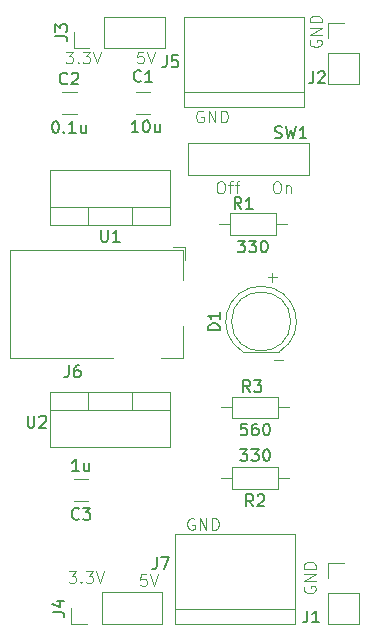
<source format=gto>
%TF.GenerationSoftware,KiCad,Pcbnew,8.0.1*%
%TF.CreationDate,2024-05-08T09:38:19-07:00*%
%TF.ProjectId,breadboard-power-supply,62726561-6462-46f6-9172-642d706f7765,rev?*%
%TF.SameCoordinates,Original*%
%TF.FileFunction,Legend,Top*%
%TF.FilePolarity,Positive*%
%FSLAX46Y46*%
G04 Gerber Fmt 4.6, Leading zero omitted, Abs format (unit mm)*
G04 Created by KiCad (PCBNEW 8.0.1) date 2024-05-08 09:38:19*
%MOMM*%
%LPD*%
G01*
G04 APERTURE LIST*
%ADD10C,0.100000*%
%ADD11C,0.150000*%
%ADD12C,0.120000*%
G04 APERTURE END LIST*
D10*
X85244360Y-67372419D02*
X85434836Y-67372419D01*
X85434836Y-67372419D02*
X85530074Y-67420038D01*
X85530074Y-67420038D02*
X85625312Y-67515276D01*
X85625312Y-67515276D02*
X85672931Y-67705752D01*
X85672931Y-67705752D02*
X85672931Y-68039085D01*
X85672931Y-68039085D02*
X85625312Y-68229561D01*
X85625312Y-68229561D02*
X85530074Y-68324800D01*
X85530074Y-68324800D02*
X85434836Y-68372419D01*
X85434836Y-68372419D02*
X85244360Y-68372419D01*
X85244360Y-68372419D02*
X85149122Y-68324800D01*
X85149122Y-68324800D02*
X85053884Y-68229561D01*
X85053884Y-68229561D02*
X85006265Y-68039085D01*
X85006265Y-68039085D02*
X85006265Y-67705752D01*
X85006265Y-67705752D02*
X85053884Y-67515276D01*
X85053884Y-67515276D02*
X85149122Y-67420038D01*
X85149122Y-67420038D02*
X85244360Y-67372419D01*
X85958646Y-67705752D02*
X86339598Y-67705752D01*
X86101503Y-68372419D02*
X86101503Y-67515276D01*
X86101503Y-67515276D02*
X86149122Y-67420038D01*
X86149122Y-67420038D02*
X86244360Y-67372419D01*
X86244360Y-67372419D02*
X86339598Y-67372419D01*
X86530075Y-67705752D02*
X86911027Y-67705752D01*
X86672932Y-68372419D02*
X86672932Y-67515276D01*
X86672932Y-67515276D02*
X86720551Y-67420038D01*
X86720551Y-67420038D02*
X86815789Y-67372419D01*
X86815789Y-67372419D02*
X86911027Y-67372419D01*
X89994360Y-67372419D02*
X90184836Y-67372419D01*
X90184836Y-67372419D02*
X90280074Y-67420038D01*
X90280074Y-67420038D02*
X90375312Y-67515276D01*
X90375312Y-67515276D02*
X90422931Y-67705752D01*
X90422931Y-67705752D02*
X90422931Y-68039085D01*
X90422931Y-68039085D02*
X90375312Y-68229561D01*
X90375312Y-68229561D02*
X90280074Y-68324800D01*
X90280074Y-68324800D02*
X90184836Y-68372419D01*
X90184836Y-68372419D02*
X89994360Y-68372419D01*
X89994360Y-68372419D02*
X89899122Y-68324800D01*
X89899122Y-68324800D02*
X89803884Y-68229561D01*
X89803884Y-68229561D02*
X89756265Y-68039085D01*
X89756265Y-68039085D02*
X89756265Y-67705752D01*
X89756265Y-67705752D02*
X89803884Y-67515276D01*
X89803884Y-67515276D02*
X89899122Y-67420038D01*
X89899122Y-67420038D02*
X89994360Y-67372419D01*
X90851503Y-67705752D02*
X90851503Y-68372419D01*
X90851503Y-67800990D02*
X90899122Y-67753371D01*
X90899122Y-67753371D02*
X90994360Y-67705752D01*
X90994360Y-67705752D02*
X91137217Y-67705752D01*
X91137217Y-67705752D02*
X91232455Y-67753371D01*
X91232455Y-67753371D02*
X91280074Y-67848609D01*
X91280074Y-67848609D02*
X91280074Y-68372419D01*
X89803884Y-82491466D02*
X90565789Y-82491466D01*
X89303884Y-75491466D02*
X90065789Y-75491466D01*
X89684836Y-75872419D02*
X89684836Y-75110514D01*
X72458646Y-100372419D02*
X73077693Y-100372419D01*
X73077693Y-100372419D02*
X72744360Y-100753371D01*
X72744360Y-100753371D02*
X72887217Y-100753371D01*
X72887217Y-100753371D02*
X72982455Y-100800990D01*
X72982455Y-100800990D02*
X73030074Y-100848609D01*
X73030074Y-100848609D02*
X73077693Y-100943847D01*
X73077693Y-100943847D02*
X73077693Y-101181942D01*
X73077693Y-101181942D02*
X73030074Y-101277180D01*
X73030074Y-101277180D02*
X72982455Y-101324800D01*
X72982455Y-101324800D02*
X72887217Y-101372419D01*
X72887217Y-101372419D02*
X72601503Y-101372419D01*
X72601503Y-101372419D02*
X72506265Y-101324800D01*
X72506265Y-101324800D02*
X72458646Y-101277180D01*
X73506265Y-101277180D02*
X73553884Y-101324800D01*
X73553884Y-101324800D02*
X73506265Y-101372419D01*
X73506265Y-101372419D02*
X73458646Y-101324800D01*
X73458646Y-101324800D02*
X73506265Y-101277180D01*
X73506265Y-101277180D02*
X73506265Y-101372419D01*
X73887217Y-100372419D02*
X74506264Y-100372419D01*
X74506264Y-100372419D02*
X74172931Y-100753371D01*
X74172931Y-100753371D02*
X74315788Y-100753371D01*
X74315788Y-100753371D02*
X74411026Y-100800990D01*
X74411026Y-100800990D02*
X74458645Y-100848609D01*
X74458645Y-100848609D02*
X74506264Y-100943847D01*
X74506264Y-100943847D02*
X74506264Y-101181942D01*
X74506264Y-101181942D02*
X74458645Y-101277180D01*
X74458645Y-101277180D02*
X74411026Y-101324800D01*
X74411026Y-101324800D02*
X74315788Y-101372419D01*
X74315788Y-101372419D02*
X74030074Y-101372419D01*
X74030074Y-101372419D02*
X73934836Y-101324800D01*
X73934836Y-101324800D02*
X73887217Y-101277180D01*
X74791979Y-100372419D02*
X75125312Y-101372419D01*
X75125312Y-101372419D02*
X75458645Y-100372419D01*
X72208646Y-56372419D02*
X72827693Y-56372419D01*
X72827693Y-56372419D02*
X72494360Y-56753371D01*
X72494360Y-56753371D02*
X72637217Y-56753371D01*
X72637217Y-56753371D02*
X72732455Y-56800990D01*
X72732455Y-56800990D02*
X72780074Y-56848609D01*
X72780074Y-56848609D02*
X72827693Y-56943847D01*
X72827693Y-56943847D02*
X72827693Y-57181942D01*
X72827693Y-57181942D02*
X72780074Y-57277180D01*
X72780074Y-57277180D02*
X72732455Y-57324800D01*
X72732455Y-57324800D02*
X72637217Y-57372419D01*
X72637217Y-57372419D02*
X72351503Y-57372419D01*
X72351503Y-57372419D02*
X72256265Y-57324800D01*
X72256265Y-57324800D02*
X72208646Y-57277180D01*
X73256265Y-57277180D02*
X73303884Y-57324800D01*
X73303884Y-57324800D02*
X73256265Y-57372419D01*
X73256265Y-57372419D02*
X73208646Y-57324800D01*
X73208646Y-57324800D02*
X73256265Y-57277180D01*
X73256265Y-57277180D02*
X73256265Y-57372419D01*
X73637217Y-56372419D02*
X74256264Y-56372419D01*
X74256264Y-56372419D02*
X73922931Y-56753371D01*
X73922931Y-56753371D02*
X74065788Y-56753371D01*
X74065788Y-56753371D02*
X74161026Y-56800990D01*
X74161026Y-56800990D02*
X74208645Y-56848609D01*
X74208645Y-56848609D02*
X74256264Y-56943847D01*
X74256264Y-56943847D02*
X74256264Y-57181942D01*
X74256264Y-57181942D02*
X74208645Y-57277180D01*
X74208645Y-57277180D02*
X74161026Y-57324800D01*
X74161026Y-57324800D02*
X74065788Y-57372419D01*
X74065788Y-57372419D02*
X73780074Y-57372419D01*
X73780074Y-57372419D02*
X73684836Y-57324800D01*
X73684836Y-57324800D02*
X73637217Y-57277180D01*
X74541979Y-56372419D02*
X74875312Y-57372419D01*
X74875312Y-57372419D02*
X75208645Y-56372419D01*
X78780074Y-56372419D02*
X78303884Y-56372419D01*
X78303884Y-56372419D02*
X78256265Y-56848609D01*
X78256265Y-56848609D02*
X78303884Y-56800990D01*
X78303884Y-56800990D02*
X78399122Y-56753371D01*
X78399122Y-56753371D02*
X78637217Y-56753371D01*
X78637217Y-56753371D02*
X78732455Y-56800990D01*
X78732455Y-56800990D02*
X78780074Y-56848609D01*
X78780074Y-56848609D02*
X78827693Y-56943847D01*
X78827693Y-56943847D02*
X78827693Y-57181942D01*
X78827693Y-57181942D02*
X78780074Y-57277180D01*
X78780074Y-57277180D02*
X78732455Y-57324800D01*
X78732455Y-57324800D02*
X78637217Y-57372419D01*
X78637217Y-57372419D02*
X78399122Y-57372419D01*
X78399122Y-57372419D02*
X78303884Y-57324800D01*
X78303884Y-57324800D02*
X78256265Y-57277180D01*
X79113408Y-56372419D02*
X79446741Y-57372419D01*
X79446741Y-57372419D02*
X79780074Y-56372419D01*
X79030074Y-100622419D02*
X78553884Y-100622419D01*
X78553884Y-100622419D02*
X78506265Y-101098609D01*
X78506265Y-101098609D02*
X78553884Y-101050990D01*
X78553884Y-101050990D02*
X78649122Y-101003371D01*
X78649122Y-101003371D02*
X78887217Y-101003371D01*
X78887217Y-101003371D02*
X78982455Y-101050990D01*
X78982455Y-101050990D02*
X79030074Y-101098609D01*
X79030074Y-101098609D02*
X79077693Y-101193847D01*
X79077693Y-101193847D02*
X79077693Y-101431942D01*
X79077693Y-101431942D02*
X79030074Y-101527180D01*
X79030074Y-101527180D02*
X78982455Y-101574800D01*
X78982455Y-101574800D02*
X78887217Y-101622419D01*
X78887217Y-101622419D02*
X78649122Y-101622419D01*
X78649122Y-101622419D02*
X78553884Y-101574800D01*
X78553884Y-101574800D02*
X78506265Y-101527180D01*
X79363408Y-100622419D02*
X79696741Y-101622419D01*
X79696741Y-101622419D02*
X80030074Y-100622419D01*
X83827693Y-61420038D02*
X83732455Y-61372419D01*
X83732455Y-61372419D02*
X83589598Y-61372419D01*
X83589598Y-61372419D02*
X83446741Y-61420038D01*
X83446741Y-61420038D02*
X83351503Y-61515276D01*
X83351503Y-61515276D02*
X83303884Y-61610514D01*
X83303884Y-61610514D02*
X83256265Y-61800990D01*
X83256265Y-61800990D02*
X83256265Y-61943847D01*
X83256265Y-61943847D02*
X83303884Y-62134323D01*
X83303884Y-62134323D02*
X83351503Y-62229561D01*
X83351503Y-62229561D02*
X83446741Y-62324800D01*
X83446741Y-62324800D02*
X83589598Y-62372419D01*
X83589598Y-62372419D02*
X83684836Y-62372419D01*
X83684836Y-62372419D02*
X83827693Y-62324800D01*
X83827693Y-62324800D02*
X83875312Y-62277180D01*
X83875312Y-62277180D02*
X83875312Y-61943847D01*
X83875312Y-61943847D02*
X83684836Y-61943847D01*
X84303884Y-62372419D02*
X84303884Y-61372419D01*
X84303884Y-61372419D02*
X84875312Y-62372419D01*
X84875312Y-62372419D02*
X84875312Y-61372419D01*
X85351503Y-62372419D02*
X85351503Y-61372419D01*
X85351503Y-61372419D02*
X85589598Y-61372419D01*
X85589598Y-61372419D02*
X85732455Y-61420038D01*
X85732455Y-61420038D02*
X85827693Y-61515276D01*
X85827693Y-61515276D02*
X85875312Y-61610514D01*
X85875312Y-61610514D02*
X85922931Y-61800990D01*
X85922931Y-61800990D02*
X85922931Y-61943847D01*
X85922931Y-61943847D02*
X85875312Y-62134323D01*
X85875312Y-62134323D02*
X85827693Y-62229561D01*
X85827693Y-62229561D02*
X85732455Y-62324800D01*
X85732455Y-62324800D02*
X85589598Y-62372419D01*
X85589598Y-62372419D02*
X85351503Y-62372419D01*
X83077693Y-95920038D02*
X82982455Y-95872419D01*
X82982455Y-95872419D02*
X82839598Y-95872419D01*
X82839598Y-95872419D02*
X82696741Y-95920038D01*
X82696741Y-95920038D02*
X82601503Y-96015276D01*
X82601503Y-96015276D02*
X82553884Y-96110514D01*
X82553884Y-96110514D02*
X82506265Y-96300990D01*
X82506265Y-96300990D02*
X82506265Y-96443847D01*
X82506265Y-96443847D02*
X82553884Y-96634323D01*
X82553884Y-96634323D02*
X82601503Y-96729561D01*
X82601503Y-96729561D02*
X82696741Y-96824800D01*
X82696741Y-96824800D02*
X82839598Y-96872419D01*
X82839598Y-96872419D02*
X82934836Y-96872419D01*
X82934836Y-96872419D02*
X83077693Y-96824800D01*
X83077693Y-96824800D02*
X83125312Y-96777180D01*
X83125312Y-96777180D02*
X83125312Y-96443847D01*
X83125312Y-96443847D02*
X82934836Y-96443847D01*
X83553884Y-96872419D02*
X83553884Y-95872419D01*
X83553884Y-95872419D02*
X84125312Y-96872419D01*
X84125312Y-96872419D02*
X84125312Y-95872419D01*
X84601503Y-96872419D02*
X84601503Y-95872419D01*
X84601503Y-95872419D02*
X84839598Y-95872419D01*
X84839598Y-95872419D02*
X84982455Y-95920038D01*
X84982455Y-95920038D02*
X85077693Y-96015276D01*
X85077693Y-96015276D02*
X85125312Y-96110514D01*
X85125312Y-96110514D02*
X85172931Y-96300990D01*
X85172931Y-96300990D02*
X85172931Y-96443847D01*
X85172931Y-96443847D02*
X85125312Y-96634323D01*
X85125312Y-96634323D02*
X85077693Y-96729561D01*
X85077693Y-96729561D02*
X84982455Y-96824800D01*
X84982455Y-96824800D02*
X84839598Y-96872419D01*
X84839598Y-96872419D02*
X84601503Y-96872419D01*
X92420038Y-101672306D02*
X92372419Y-101767544D01*
X92372419Y-101767544D02*
X92372419Y-101910401D01*
X92372419Y-101910401D02*
X92420038Y-102053258D01*
X92420038Y-102053258D02*
X92515276Y-102148496D01*
X92515276Y-102148496D02*
X92610514Y-102196115D01*
X92610514Y-102196115D02*
X92800990Y-102243734D01*
X92800990Y-102243734D02*
X92943847Y-102243734D01*
X92943847Y-102243734D02*
X93134323Y-102196115D01*
X93134323Y-102196115D02*
X93229561Y-102148496D01*
X93229561Y-102148496D02*
X93324800Y-102053258D01*
X93324800Y-102053258D02*
X93372419Y-101910401D01*
X93372419Y-101910401D02*
X93372419Y-101815163D01*
X93372419Y-101815163D02*
X93324800Y-101672306D01*
X93324800Y-101672306D02*
X93277180Y-101624687D01*
X93277180Y-101624687D02*
X92943847Y-101624687D01*
X92943847Y-101624687D02*
X92943847Y-101815163D01*
X93372419Y-101196115D02*
X92372419Y-101196115D01*
X92372419Y-101196115D02*
X93372419Y-100624687D01*
X93372419Y-100624687D02*
X92372419Y-100624687D01*
X93372419Y-100148496D02*
X92372419Y-100148496D01*
X92372419Y-100148496D02*
X92372419Y-99910401D01*
X92372419Y-99910401D02*
X92420038Y-99767544D01*
X92420038Y-99767544D02*
X92515276Y-99672306D01*
X92515276Y-99672306D02*
X92610514Y-99624687D01*
X92610514Y-99624687D02*
X92800990Y-99577068D01*
X92800990Y-99577068D02*
X92943847Y-99577068D01*
X92943847Y-99577068D02*
X93134323Y-99624687D01*
X93134323Y-99624687D02*
X93229561Y-99672306D01*
X93229561Y-99672306D02*
X93324800Y-99767544D01*
X93324800Y-99767544D02*
X93372419Y-99910401D01*
X93372419Y-99910401D02*
X93372419Y-100148496D01*
X92920038Y-55422306D02*
X92872419Y-55517544D01*
X92872419Y-55517544D02*
X92872419Y-55660401D01*
X92872419Y-55660401D02*
X92920038Y-55803258D01*
X92920038Y-55803258D02*
X93015276Y-55898496D01*
X93015276Y-55898496D02*
X93110514Y-55946115D01*
X93110514Y-55946115D02*
X93300990Y-55993734D01*
X93300990Y-55993734D02*
X93443847Y-55993734D01*
X93443847Y-55993734D02*
X93634323Y-55946115D01*
X93634323Y-55946115D02*
X93729561Y-55898496D01*
X93729561Y-55898496D02*
X93824800Y-55803258D01*
X93824800Y-55803258D02*
X93872419Y-55660401D01*
X93872419Y-55660401D02*
X93872419Y-55565163D01*
X93872419Y-55565163D02*
X93824800Y-55422306D01*
X93824800Y-55422306D02*
X93777180Y-55374687D01*
X93777180Y-55374687D02*
X93443847Y-55374687D01*
X93443847Y-55374687D02*
X93443847Y-55565163D01*
X93872419Y-54946115D02*
X92872419Y-54946115D01*
X92872419Y-54946115D02*
X93872419Y-54374687D01*
X93872419Y-54374687D02*
X92872419Y-54374687D01*
X93872419Y-53898496D02*
X92872419Y-53898496D01*
X92872419Y-53898496D02*
X92872419Y-53660401D01*
X92872419Y-53660401D02*
X92920038Y-53517544D01*
X92920038Y-53517544D02*
X93015276Y-53422306D01*
X93015276Y-53422306D02*
X93110514Y-53374687D01*
X93110514Y-53374687D02*
X93300990Y-53327068D01*
X93300990Y-53327068D02*
X93443847Y-53327068D01*
X93443847Y-53327068D02*
X93634323Y-53374687D01*
X93634323Y-53374687D02*
X93729561Y-53422306D01*
X93729561Y-53422306D02*
X93824800Y-53517544D01*
X93824800Y-53517544D02*
X93872419Y-53660401D01*
X93872419Y-53660401D02*
X93872419Y-53898496D01*
D11*
X72466666Y-82954819D02*
X72466666Y-83669104D01*
X72466666Y-83669104D02*
X72419047Y-83811961D01*
X72419047Y-83811961D02*
X72323809Y-83907200D01*
X72323809Y-83907200D02*
X72180952Y-83954819D01*
X72180952Y-83954819D02*
X72085714Y-83954819D01*
X73371428Y-82954819D02*
X73180952Y-82954819D01*
X73180952Y-82954819D02*
X73085714Y-83002438D01*
X73085714Y-83002438D02*
X73038095Y-83050057D01*
X73038095Y-83050057D02*
X72942857Y-83192914D01*
X72942857Y-83192914D02*
X72895238Y-83383390D01*
X72895238Y-83383390D02*
X72895238Y-83764342D01*
X72895238Y-83764342D02*
X72942857Y-83859580D01*
X72942857Y-83859580D02*
X72990476Y-83907200D01*
X72990476Y-83907200D02*
X73085714Y-83954819D01*
X73085714Y-83954819D02*
X73276190Y-83954819D01*
X73276190Y-83954819D02*
X73371428Y-83907200D01*
X73371428Y-83907200D02*
X73419047Y-83859580D01*
X73419047Y-83859580D02*
X73466666Y-83764342D01*
X73466666Y-83764342D02*
X73466666Y-83526247D01*
X73466666Y-83526247D02*
X73419047Y-83431009D01*
X73419047Y-83431009D02*
X73371428Y-83383390D01*
X73371428Y-83383390D02*
X73276190Y-83335771D01*
X73276190Y-83335771D02*
X73085714Y-83335771D01*
X73085714Y-83335771D02*
X72990476Y-83383390D01*
X72990476Y-83383390D02*
X72942857Y-83431009D01*
X72942857Y-83431009D02*
X72895238Y-83526247D01*
X71334819Y-55083333D02*
X72049104Y-55083333D01*
X72049104Y-55083333D02*
X72191961Y-55130952D01*
X72191961Y-55130952D02*
X72287200Y-55226190D01*
X72287200Y-55226190D02*
X72334819Y-55369047D01*
X72334819Y-55369047D02*
X72334819Y-55464285D01*
X71334819Y-54702380D02*
X71334819Y-54083333D01*
X71334819Y-54083333D02*
X71715771Y-54416666D01*
X71715771Y-54416666D02*
X71715771Y-54273809D01*
X71715771Y-54273809D02*
X71763390Y-54178571D01*
X71763390Y-54178571D02*
X71811009Y-54130952D01*
X71811009Y-54130952D02*
X71906247Y-54083333D01*
X71906247Y-54083333D02*
X72144342Y-54083333D01*
X72144342Y-54083333D02*
X72239580Y-54130952D01*
X72239580Y-54130952D02*
X72287200Y-54178571D01*
X72287200Y-54178571D02*
X72334819Y-54273809D01*
X72334819Y-54273809D02*
X72334819Y-54559523D01*
X72334819Y-54559523D02*
X72287200Y-54654761D01*
X72287200Y-54654761D02*
X72239580Y-54702380D01*
X73333333Y-95909580D02*
X73285714Y-95957200D01*
X73285714Y-95957200D02*
X73142857Y-96004819D01*
X73142857Y-96004819D02*
X73047619Y-96004819D01*
X73047619Y-96004819D02*
X72904762Y-95957200D01*
X72904762Y-95957200D02*
X72809524Y-95861961D01*
X72809524Y-95861961D02*
X72761905Y-95766723D01*
X72761905Y-95766723D02*
X72714286Y-95576247D01*
X72714286Y-95576247D02*
X72714286Y-95433390D01*
X72714286Y-95433390D02*
X72761905Y-95242914D01*
X72761905Y-95242914D02*
X72809524Y-95147676D01*
X72809524Y-95147676D02*
X72904762Y-95052438D01*
X72904762Y-95052438D02*
X73047619Y-95004819D01*
X73047619Y-95004819D02*
X73142857Y-95004819D01*
X73142857Y-95004819D02*
X73285714Y-95052438D01*
X73285714Y-95052438D02*
X73333333Y-95100057D01*
X73666667Y-95004819D02*
X74285714Y-95004819D01*
X74285714Y-95004819D02*
X73952381Y-95385771D01*
X73952381Y-95385771D02*
X74095238Y-95385771D01*
X74095238Y-95385771D02*
X74190476Y-95433390D01*
X74190476Y-95433390D02*
X74238095Y-95481009D01*
X74238095Y-95481009D02*
X74285714Y-95576247D01*
X74285714Y-95576247D02*
X74285714Y-95814342D01*
X74285714Y-95814342D02*
X74238095Y-95909580D01*
X74238095Y-95909580D02*
X74190476Y-95957200D01*
X74190476Y-95957200D02*
X74095238Y-96004819D01*
X74095238Y-96004819D02*
X73809524Y-96004819D01*
X73809524Y-96004819D02*
X73714286Y-95957200D01*
X73714286Y-95957200D02*
X73666667Y-95909580D01*
X73333333Y-91904819D02*
X72761905Y-91904819D01*
X73047619Y-91904819D02*
X73047619Y-90904819D01*
X73047619Y-90904819D02*
X72952381Y-91047676D01*
X72952381Y-91047676D02*
X72857143Y-91142914D01*
X72857143Y-91142914D02*
X72761905Y-91190533D01*
X74190476Y-91238152D02*
X74190476Y-91904819D01*
X73761905Y-91238152D02*
X73761905Y-91761961D01*
X73761905Y-91761961D02*
X73809524Y-91857200D01*
X73809524Y-91857200D02*
X73904762Y-91904819D01*
X73904762Y-91904819D02*
X74047619Y-91904819D01*
X74047619Y-91904819D02*
X74142857Y-91857200D01*
X74142857Y-91857200D02*
X74190476Y-91809580D01*
X79916666Y-99204819D02*
X79916666Y-99919104D01*
X79916666Y-99919104D02*
X79869047Y-100061961D01*
X79869047Y-100061961D02*
X79773809Y-100157200D01*
X79773809Y-100157200D02*
X79630952Y-100204819D01*
X79630952Y-100204819D02*
X79535714Y-100204819D01*
X80297619Y-99204819D02*
X80964285Y-99204819D01*
X80964285Y-99204819D02*
X80535714Y-100204819D01*
X87083333Y-69704819D02*
X86750000Y-69228628D01*
X86511905Y-69704819D02*
X86511905Y-68704819D01*
X86511905Y-68704819D02*
X86892857Y-68704819D01*
X86892857Y-68704819D02*
X86988095Y-68752438D01*
X86988095Y-68752438D02*
X87035714Y-68800057D01*
X87035714Y-68800057D02*
X87083333Y-68895295D01*
X87083333Y-68895295D02*
X87083333Y-69038152D01*
X87083333Y-69038152D02*
X87035714Y-69133390D01*
X87035714Y-69133390D02*
X86988095Y-69181009D01*
X86988095Y-69181009D02*
X86892857Y-69228628D01*
X86892857Y-69228628D02*
X86511905Y-69228628D01*
X88035714Y-69704819D02*
X87464286Y-69704819D01*
X87750000Y-69704819D02*
X87750000Y-68704819D01*
X87750000Y-68704819D02*
X87654762Y-68847676D01*
X87654762Y-68847676D02*
X87559524Y-68942914D01*
X87559524Y-68942914D02*
X87464286Y-68990533D01*
X86774286Y-72374819D02*
X87393333Y-72374819D01*
X87393333Y-72374819D02*
X87060000Y-72755771D01*
X87060000Y-72755771D02*
X87202857Y-72755771D01*
X87202857Y-72755771D02*
X87298095Y-72803390D01*
X87298095Y-72803390D02*
X87345714Y-72851009D01*
X87345714Y-72851009D02*
X87393333Y-72946247D01*
X87393333Y-72946247D02*
X87393333Y-73184342D01*
X87393333Y-73184342D02*
X87345714Y-73279580D01*
X87345714Y-73279580D02*
X87298095Y-73327200D01*
X87298095Y-73327200D02*
X87202857Y-73374819D01*
X87202857Y-73374819D02*
X86917143Y-73374819D01*
X86917143Y-73374819D02*
X86821905Y-73327200D01*
X86821905Y-73327200D02*
X86774286Y-73279580D01*
X87726667Y-72374819D02*
X88345714Y-72374819D01*
X88345714Y-72374819D02*
X88012381Y-72755771D01*
X88012381Y-72755771D02*
X88155238Y-72755771D01*
X88155238Y-72755771D02*
X88250476Y-72803390D01*
X88250476Y-72803390D02*
X88298095Y-72851009D01*
X88298095Y-72851009D02*
X88345714Y-72946247D01*
X88345714Y-72946247D02*
X88345714Y-73184342D01*
X88345714Y-73184342D02*
X88298095Y-73279580D01*
X88298095Y-73279580D02*
X88250476Y-73327200D01*
X88250476Y-73327200D02*
X88155238Y-73374819D01*
X88155238Y-73374819D02*
X87869524Y-73374819D01*
X87869524Y-73374819D02*
X87774286Y-73327200D01*
X87774286Y-73327200D02*
X87726667Y-73279580D01*
X88964762Y-72374819D02*
X89060000Y-72374819D01*
X89060000Y-72374819D02*
X89155238Y-72422438D01*
X89155238Y-72422438D02*
X89202857Y-72470057D01*
X89202857Y-72470057D02*
X89250476Y-72565295D01*
X89250476Y-72565295D02*
X89298095Y-72755771D01*
X89298095Y-72755771D02*
X89298095Y-72993866D01*
X89298095Y-72993866D02*
X89250476Y-73184342D01*
X89250476Y-73184342D02*
X89202857Y-73279580D01*
X89202857Y-73279580D02*
X89155238Y-73327200D01*
X89155238Y-73327200D02*
X89060000Y-73374819D01*
X89060000Y-73374819D02*
X88964762Y-73374819D01*
X88964762Y-73374819D02*
X88869524Y-73327200D01*
X88869524Y-73327200D02*
X88821905Y-73279580D01*
X88821905Y-73279580D02*
X88774286Y-73184342D01*
X88774286Y-73184342D02*
X88726667Y-72993866D01*
X88726667Y-72993866D02*
X88726667Y-72755771D01*
X88726667Y-72755771D02*
X88774286Y-72565295D01*
X88774286Y-72565295D02*
X88821905Y-72470057D01*
X88821905Y-72470057D02*
X88869524Y-72422438D01*
X88869524Y-72422438D02*
X88964762Y-72374819D01*
X71099819Y-103833333D02*
X71814104Y-103833333D01*
X71814104Y-103833333D02*
X71956961Y-103880952D01*
X71956961Y-103880952D02*
X72052200Y-103976190D01*
X72052200Y-103976190D02*
X72099819Y-104119047D01*
X72099819Y-104119047D02*
X72099819Y-104214285D01*
X71433152Y-102928571D02*
X72099819Y-102928571D01*
X71052200Y-103166666D02*
X71766485Y-103404761D01*
X71766485Y-103404761D02*
X71766485Y-102785714D01*
X78583333Y-58859580D02*
X78535714Y-58907200D01*
X78535714Y-58907200D02*
X78392857Y-58954819D01*
X78392857Y-58954819D02*
X78297619Y-58954819D01*
X78297619Y-58954819D02*
X78154762Y-58907200D01*
X78154762Y-58907200D02*
X78059524Y-58811961D01*
X78059524Y-58811961D02*
X78011905Y-58716723D01*
X78011905Y-58716723D02*
X77964286Y-58526247D01*
X77964286Y-58526247D02*
X77964286Y-58383390D01*
X77964286Y-58383390D02*
X78011905Y-58192914D01*
X78011905Y-58192914D02*
X78059524Y-58097676D01*
X78059524Y-58097676D02*
X78154762Y-58002438D01*
X78154762Y-58002438D02*
X78297619Y-57954819D01*
X78297619Y-57954819D02*
X78392857Y-57954819D01*
X78392857Y-57954819D02*
X78535714Y-58002438D01*
X78535714Y-58002438D02*
X78583333Y-58050057D01*
X79535714Y-58954819D02*
X78964286Y-58954819D01*
X79250000Y-58954819D02*
X79250000Y-57954819D01*
X79250000Y-57954819D02*
X79154762Y-58097676D01*
X79154762Y-58097676D02*
X79059524Y-58192914D01*
X79059524Y-58192914D02*
X78964286Y-58240533D01*
X78357142Y-63204819D02*
X77785714Y-63204819D01*
X78071428Y-63204819D02*
X78071428Y-62204819D01*
X78071428Y-62204819D02*
X77976190Y-62347676D01*
X77976190Y-62347676D02*
X77880952Y-62442914D01*
X77880952Y-62442914D02*
X77785714Y-62490533D01*
X78976190Y-62204819D02*
X79071428Y-62204819D01*
X79071428Y-62204819D02*
X79166666Y-62252438D01*
X79166666Y-62252438D02*
X79214285Y-62300057D01*
X79214285Y-62300057D02*
X79261904Y-62395295D01*
X79261904Y-62395295D02*
X79309523Y-62585771D01*
X79309523Y-62585771D02*
X79309523Y-62823866D01*
X79309523Y-62823866D02*
X79261904Y-63014342D01*
X79261904Y-63014342D02*
X79214285Y-63109580D01*
X79214285Y-63109580D02*
X79166666Y-63157200D01*
X79166666Y-63157200D02*
X79071428Y-63204819D01*
X79071428Y-63204819D02*
X78976190Y-63204819D01*
X78976190Y-63204819D02*
X78880952Y-63157200D01*
X78880952Y-63157200D02*
X78833333Y-63109580D01*
X78833333Y-63109580D02*
X78785714Y-63014342D01*
X78785714Y-63014342D02*
X78738095Y-62823866D01*
X78738095Y-62823866D02*
X78738095Y-62585771D01*
X78738095Y-62585771D02*
X78785714Y-62395295D01*
X78785714Y-62395295D02*
X78833333Y-62300057D01*
X78833333Y-62300057D02*
X78880952Y-62252438D01*
X78880952Y-62252438D02*
X78976190Y-62204819D01*
X80166666Y-62538152D02*
X80166666Y-63204819D01*
X79738095Y-62538152D02*
X79738095Y-63061961D01*
X79738095Y-63061961D02*
X79785714Y-63157200D01*
X79785714Y-63157200D02*
X79880952Y-63204819D01*
X79880952Y-63204819D02*
X80023809Y-63204819D01*
X80023809Y-63204819D02*
X80119047Y-63157200D01*
X80119047Y-63157200D02*
X80166666Y-63109580D01*
X75198095Y-71474819D02*
X75198095Y-72284342D01*
X75198095Y-72284342D02*
X75245714Y-72379580D01*
X75245714Y-72379580D02*
X75293333Y-72427200D01*
X75293333Y-72427200D02*
X75388571Y-72474819D01*
X75388571Y-72474819D02*
X75579047Y-72474819D01*
X75579047Y-72474819D02*
X75674285Y-72427200D01*
X75674285Y-72427200D02*
X75721904Y-72379580D01*
X75721904Y-72379580D02*
X75769523Y-72284342D01*
X75769523Y-72284342D02*
X75769523Y-71474819D01*
X76769523Y-72474819D02*
X76198095Y-72474819D01*
X76483809Y-72474819D02*
X76483809Y-71474819D01*
X76483809Y-71474819D02*
X76388571Y-71617676D01*
X76388571Y-71617676D02*
X76293333Y-71712914D01*
X76293333Y-71712914D02*
X76198095Y-71760533D01*
X85244819Y-79968094D02*
X84244819Y-79968094D01*
X84244819Y-79968094D02*
X84244819Y-79729999D01*
X84244819Y-79729999D02*
X84292438Y-79587142D01*
X84292438Y-79587142D02*
X84387676Y-79491904D01*
X84387676Y-79491904D02*
X84482914Y-79444285D01*
X84482914Y-79444285D02*
X84673390Y-79396666D01*
X84673390Y-79396666D02*
X84816247Y-79396666D01*
X84816247Y-79396666D02*
X85006723Y-79444285D01*
X85006723Y-79444285D02*
X85101961Y-79491904D01*
X85101961Y-79491904D02*
X85197200Y-79587142D01*
X85197200Y-79587142D02*
X85244819Y-79729999D01*
X85244819Y-79729999D02*
X85244819Y-79968094D01*
X85244819Y-78444285D02*
X85244819Y-79015713D01*
X85244819Y-78729999D02*
X84244819Y-78729999D01*
X84244819Y-78729999D02*
X84387676Y-78825237D01*
X84387676Y-78825237D02*
X84482914Y-78920475D01*
X84482914Y-78920475D02*
X84530533Y-79015713D01*
X72333333Y-59059580D02*
X72285714Y-59107200D01*
X72285714Y-59107200D02*
X72142857Y-59154819D01*
X72142857Y-59154819D02*
X72047619Y-59154819D01*
X72047619Y-59154819D02*
X71904762Y-59107200D01*
X71904762Y-59107200D02*
X71809524Y-59011961D01*
X71809524Y-59011961D02*
X71761905Y-58916723D01*
X71761905Y-58916723D02*
X71714286Y-58726247D01*
X71714286Y-58726247D02*
X71714286Y-58583390D01*
X71714286Y-58583390D02*
X71761905Y-58392914D01*
X71761905Y-58392914D02*
X71809524Y-58297676D01*
X71809524Y-58297676D02*
X71904762Y-58202438D01*
X71904762Y-58202438D02*
X72047619Y-58154819D01*
X72047619Y-58154819D02*
X72142857Y-58154819D01*
X72142857Y-58154819D02*
X72285714Y-58202438D01*
X72285714Y-58202438D02*
X72333333Y-58250057D01*
X72714286Y-58250057D02*
X72761905Y-58202438D01*
X72761905Y-58202438D02*
X72857143Y-58154819D01*
X72857143Y-58154819D02*
X73095238Y-58154819D01*
X73095238Y-58154819D02*
X73190476Y-58202438D01*
X73190476Y-58202438D02*
X73238095Y-58250057D01*
X73238095Y-58250057D02*
X73285714Y-58345295D01*
X73285714Y-58345295D02*
X73285714Y-58440533D01*
X73285714Y-58440533D02*
X73238095Y-58583390D01*
X73238095Y-58583390D02*
X72666667Y-59154819D01*
X72666667Y-59154819D02*
X73285714Y-59154819D01*
X71285714Y-62254819D02*
X71380952Y-62254819D01*
X71380952Y-62254819D02*
X71476190Y-62302438D01*
X71476190Y-62302438D02*
X71523809Y-62350057D01*
X71523809Y-62350057D02*
X71571428Y-62445295D01*
X71571428Y-62445295D02*
X71619047Y-62635771D01*
X71619047Y-62635771D02*
X71619047Y-62873866D01*
X71619047Y-62873866D02*
X71571428Y-63064342D01*
X71571428Y-63064342D02*
X71523809Y-63159580D01*
X71523809Y-63159580D02*
X71476190Y-63207200D01*
X71476190Y-63207200D02*
X71380952Y-63254819D01*
X71380952Y-63254819D02*
X71285714Y-63254819D01*
X71285714Y-63254819D02*
X71190476Y-63207200D01*
X71190476Y-63207200D02*
X71142857Y-63159580D01*
X71142857Y-63159580D02*
X71095238Y-63064342D01*
X71095238Y-63064342D02*
X71047619Y-62873866D01*
X71047619Y-62873866D02*
X71047619Y-62635771D01*
X71047619Y-62635771D02*
X71095238Y-62445295D01*
X71095238Y-62445295D02*
X71142857Y-62350057D01*
X71142857Y-62350057D02*
X71190476Y-62302438D01*
X71190476Y-62302438D02*
X71285714Y-62254819D01*
X72047619Y-63159580D02*
X72095238Y-63207200D01*
X72095238Y-63207200D02*
X72047619Y-63254819D01*
X72047619Y-63254819D02*
X72000000Y-63207200D01*
X72000000Y-63207200D02*
X72047619Y-63159580D01*
X72047619Y-63159580D02*
X72047619Y-63254819D01*
X73047618Y-63254819D02*
X72476190Y-63254819D01*
X72761904Y-63254819D02*
X72761904Y-62254819D01*
X72761904Y-62254819D02*
X72666666Y-62397676D01*
X72666666Y-62397676D02*
X72571428Y-62492914D01*
X72571428Y-62492914D02*
X72476190Y-62540533D01*
X73904761Y-62588152D02*
X73904761Y-63254819D01*
X73476190Y-62588152D02*
X73476190Y-63111961D01*
X73476190Y-63111961D02*
X73523809Y-63207200D01*
X73523809Y-63207200D02*
X73619047Y-63254819D01*
X73619047Y-63254819D02*
X73761904Y-63254819D01*
X73761904Y-63254819D02*
X73857142Y-63207200D01*
X73857142Y-63207200D02*
X73904761Y-63159580D01*
X87833333Y-85204819D02*
X87500000Y-84728628D01*
X87261905Y-85204819D02*
X87261905Y-84204819D01*
X87261905Y-84204819D02*
X87642857Y-84204819D01*
X87642857Y-84204819D02*
X87738095Y-84252438D01*
X87738095Y-84252438D02*
X87785714Y-84300057D01*
X87785714Y-84300057D02*
X87833333Y-84395295D01*
X87833333Y-84395295D02*
X87833333Y-84538152D01*
X87833333Y-84538152D02*
X87785714Y-84633390D01*
X87785714Y-84633390D02*
X87738095Y-84681009D01*
X87738095Y-84681009D02*
X87642857Y-84728628D01*
X87642857Y-84728628D02*
X87261905Y-84728628D01*
X88166667Y-84204819D02*
X88785714Y-84204819D01*
X88785714Y-84204819D02*
X88452381Y-84585771D01*
X88452381Y-84585771D02*
X88595238Y-84585771D01*
X88595238Y-84585771D02*
X88690476Y-84633390D01*
X88690476Y-84633390D02*
X88738095Y-84681009D01*
X88738095Y-84681009D02*
X88785714Y-84776247D01*
X88785714Y-84776247D02*
X88785714Y-85014342D01*
X88785714Y-85014342D02*
X88738095Y-85109580D01*
X88738095Y-85109580D02*
X88690476Y-85157200D01*
X88690476Y-85157200D02*
X88595238Y-85204819D01*
X88595238Y-85204819D02*
X88309524Y-85204819D01*
X88309524Y-85204819D02*
X88214286Y-85157200D01*
X88214286Y-85157200D02*
X88166667Y-85109580D01*
X87535714Y-87874819D02*
X87059524Y-87874819D01*
X87059524Y-87874819D02*
X87011905Y-88351009D01*
X87011905Y-88351009D02*
X87059524Y-88303390D01*
X87059524Y-88303390D02*
X87154762Y-88255771D01*
X87154762Y-88255771D02*
X87392857Y-88255771D01*
X87392857Y-88255771D02*
X87488095Y-88303390D01*
X87488095Y-88303390D02*
X87535714Y-88351009D01*
X87535714Y-88351009D02*
X87583333Y-88446247D01*
X87583333Y-88446247D02*
X87583333Y-88684342D01*
X87583333Y-88684342D02*
X87535714Y-88779580D01*
X87535714Y-88779580D02*
X87488095Y-88827200D01*
X87488095Y-88827200D02*
X87392857Y-88874819D01*
X87392857Y-88874819D02*
X87154762Y-88874819D01*
X87154762Y-88874819D02*
X87059524Y-88827200D01*
X87059524Y-88827200D02*
X87011905Y-88779580D01*
X88440476Y-87874819D02*
X88250000Y-87874819D01*
X88250000Y-87874819D02*
X88154762Y-87922438D01*
X88154762Y-87922438D02*
X88107143Y-87970057D01*
X88107143Y-87970057D02*
X88011905Y-88112914D01*
X88011905Y-88112914D02*
X87964286Y-88303390D01*
X87964286Y-88303390D02*
X87964286Y-88684342D01*
X87964286Y-88684342D02*
X88011905Y-88779580D01*
X88011905Y-88779580D02*
X88059524Y-88827200D01*
X88059524Y-88827200D02*
X88154762Y-88874819D01*
X88154762Y-88874819D02*
X88345238Y-88874819D01*
X88345238Y-88874819D02*
X88440476Y-88827200D01*
X88440476Y-88827200D02*
X88488095Y-88779580D01*
X88488095Y-88779580D02*
X88535714Y-88684342D01*
X88535714Y-88684342D02*
X88535714Y-88446247D01*
X88535714Y-88446247D02*
X88488095Y-88351009D01*
X88488095Y-88351009D02*
X88440476Y-88303390D01*
X88440476Y-88303390D02*
X88345238Y-88255771D01*
X88345238Y-88255771D02*
X88154762Y-88255771D01*
X88154762Y-88255771D02*
X88059524Y-88303390D01*
X88059524Y-88303390D02*
X88011905Y-88351009D01*
X88011905Y-88351009D02*
X87964286Y-88446247D01*
X89154762Y-87874819D02*
X89250000Y-87874819D01*
X89250000Y-87874819D02*
X89345238Y-87922438D01*
X89345238Y-87922438D02*
X89392857Y-87970057D01*
X89392857Y-87970057D02*
X89440476Y-88065295D01*
X89440476Y-88065295D02*
X89488095Y-88255771D01*
X89488095Y-88255771D02*
X89488095Y-88493866D01*
X89488095Y-88493866D02*
X89440476Y-88684342D01*
X89440476Y-88684342D02*
X89392857Y-88779580D01*
X89392857Y-88779580D02*
X89345238Y-88827200D01*
X89345238Y-88827200D02*
X89250000Y-88874819D01*
X89250000Y-88874819D02*
X89154762Y-88874819D01*
X89154762Y-88874819D02*
X89059524Y-88827200D01*
X89059524Y-88827200D02*
X89011905Y-88779580D01*
X89011905Y-88779580D02*
X88964286Y-88684342D01*
X88964286Y-88684342D02*
X88916667Y-88493866D01*
X88916667Y-88493866D02*
X88916667Y-88255771D01*
X88916667Y-88255771D02*
X88964286Y-88065295D01*
X88964286Y-88065295D02*
X89011905Y-87970057D01*
X89011905Y-87970057D02*
X89059524Y-87922438D01*
X89059524Y-87922438D02*
X89154762Y-87874819D01*
X88083333Y-94874819D02*
X87750000Y-94398628D01*
X87511905Y-94874819D02*
X87511905Y-93874819D01*
X87511905Y-93874819D02*
X87892857Y-93874819D01*
X87892857Y-93874819D02*
X87988095Y-93922438D01*
X87988095Y-93922438D02*
X88035714Y-93970057D01*
X88035714Y-93970057D02*
X88083333Y-94065295D01*
X88083333Y-94065295D02*
X88083333Y-94208152D01*
X88083333Y-94208152D02*
X88035714Y-94303390D01*
X88035714Y-94303390D02*
X87988095Y-94351009D01*
X87988095Y-94351009D02*
X87892857Y-94398628D01*
X87892857Y-94398628D02*
X87511905Y-94398628D01*
X88464286Y-93970057D02*
X88511905Y-93922438D01*
X88511905Y-93922438D02*
X88607143Y-93874819D01*
X88607143Y-93874819D02*
X88845238Y-93874819D01*
X88845238Y-93874819D02*
X88940476Y-93922438D01*
X88940476Y-93922438D02*
X88988095Y-93970057D01*
X88988095Y-93970057D02*
X89035714Y-94065295D01*
X89035714Y-94065295D02*
X89035714Y-94160533D01*
X89035714Y-94160533D02*
X88988095Y-94303390D01*
X88988095Y-94303390D02*
X88416667Y-94874819D01*
X88416667Y-94874819D02*
X89035714Y-94874819D01*
X86964286Y-90034819D02*
X87583333Y-90034819D01*
X87583333Y-90034819D02*
X87250000Y-90415771D01*
X87250000Y-90415771D02*
X87392857Y-90415771D01*
X87392857Y-90415771D02*
X87488095Y-90463390D01*
X87488095Y-90463390D02*
X87535714Y-90511009D01*
X87535714Y-90511009D02*
X87583333Y-90606247D01*
X87583333Y-90606247D02*
X87583333Y-90844342D01*
X87583333Y-90844342D02*
X87535714Y-90939580D01*
X87535714Y-90939580D02*
X87488095Y-90987200D01*
X87488095Y-90987200D02*
X87392857Y-91034819D01*
X87392857Y-91034819D02*
X87107143Y-91034819D01*
X87107143Y-91034819D02*
X87011905Y-90987200D01*
X87011905Y-90987200D02*
X86964286Y-90939580D01*
X87916667Y-90034819D02*
X88535714Y-90034819D01*
X88535714Y-90034819D02*
X88202381Y-90415771D01*
X88202381Y-90415771D02*
X88345238Y-90415771D01*
X88345238Y-90415771D02*
X88440476Y-90463390D01*
X88440476Y-90463390D02*
X88488095Y-90511009D01*
X88488095Y-90511009D02*
X88535714Y-90606247D01*
X88535714Y-90606247D02*
X88535714Y-90844342D01*
X88535714Y-90844342D02*
X88488095Y-90939580D01*
X88488095Y-90939580D02*
X88440476Y-90987200D01*
X88440476Y-90987200D02*
X88345238Y-91034819D01*
X88345238Y-91034819D02*
X88059524Y-91034819D01*
X88059524Y-91034819D02*
X87964286Y-90987200D01*
X87964286Y-90987200D02*
X87916667Y-90939580D01*
X89154762Y-90034819D02*
X89250000Y-90034819D01*
X89250000Y-90034819D02*
X89345238Y-90082438D01*
X89345238Y-90082438D02*
X89392857Y-90130057D01*
X89392857Y-90130057D02*
X89440476Y-90225295D01*
X89440476Y-90225295D02*
X89488095Y-90415771D01*
X89488095Y-90415771D02*
X89488095Y-90653866D01*
X89488095Y-90653866D02*
X89440476Y-90844342D01*
X89440476Y-90844342D02*
X89392857Y-90939580D01*
X89392857Y-90939580D02*
X89345238Y-90987200D01*
X89345238Y-90987200D02*
X89250000Y-91034819D01*
X89250000Y-91034819D02*
X89154762Y-91034819D01*
X89154762Y-91034819D02*
X89059524Y-90987200D01*
X89059524Y-90987200D02*
X89011905Y-90939580D01*
X89011905Y-90939580D02*
X88964286Y-90844342D01*
X88964286Y-90844342D02*
X88916667Y-90653866D01*
X88916667Y-90653866D02*
X88916667Y-90415771D01*
X88916667Y-90415771D02*
X88964286Y-90225295D01*
X88964286Y-90225295D02*
X89011905Y-90130057D01*
X89011905Y-90130057D02*
X89059524Y-90082438D01*
X89059524Y-90082438D02*
X89154762Y-90034819D01*
X92666666Y-103704819D02*
X92666666Y-104419104D01*
X92666666Y-104419104D02*
X92619047Y-104561961D01*
X92619047Y-104561961D02*
X92523809Y-104657200D01*
X92523809Y-104657200D02*
X92380952Y-104704819D01*
X92380952Y-104704819D02*
X92285714Y-104704819D01*
X93666666Y-104704819D02*
X93095238Y-104704819D01*
X93380952Y-104704819D02*
X93380952Y-103704819D01*
X93380952Y-103704819D02*
X93285714Y-103847676D01*
X93285714Y-103847676D02*
X93190476Y-103942914D01*
X93190476Y-103942914D02*
X93095238Y-103990533D01*
X89916667Y-63657200D02*
X90059524Y-63704819D01*
X90059524Y-63704819D02*
X90297619Y-63704819D01*
X90297619Y-63704819D02*
X90392857Y-63657200D01*
X90392857Y-63657200D02*
X90440476Y-63609580D01*
X90440476Y-63609580D02*
X90488095Y-63514342D01*
X90488095Y-63514342D02*
X90488095Y-63419104D01*
X90488095Y-63419104D02*
X90440476Y-63323866D01*
X90440476Y-63323866D02*
X90392857Y-63276247D01*
X90392857Y-63276247D02*
X90297619Y-63228628D01*
X90297619Y-63228628D02*
X90107143Y-63181009D01*
X90107143Y-63181009D02*
X90011905Y-63133390D01*
X90011905Y-63133390D02*
X89964286Y-63085771D01*
X89964286Y-63085771D02*
X89916667Y-62990533D01*
X89916667Y-62990533D02*
X89916667Y-62895295D01*
X89916667Y-62895295D02*
X89964286Y-62800057D01*
X89964286Y-62800057D02*
X90011905Y-62752438D01*
X90011905Y-62752438D02*
X90107143Y-62704819D01*
X90107143Y-62704819D02*
X90345238Y-62704819D01*
X90345238Y-62704819D02*
X90488095Y-62752438D01*
X90821429Y-62704819D02*
X91059524Y-63704819D01*
X91059524Y-63704819D02*
X91250000Y-62990533D01*
X91250000Y-62990533D02*
X91440476Y-63704819D01*
X91440476Y-63704819D02*
X91678572Y-62704819D01*
X92583333Y-63704819D02*
X92011905Y-63704819D01*
X92297619Y-63704819D02*
X92297619Y-62704819D01*
X92297619Y-62704819D02*
X92202381Y-62847676D01*
X92202381Y-62847676D02*
X92107143Y-62942914D01*
X92107143Y-62942914D02*
X92011905Y-62990533D01*
X80746666Y-56704819D02*
X80746666Y-57419104D01*
X80746666Y-57419104D02*
X80699047Y-57561961D01*
X80699047Y-57561961D02*
X80603809Y-57657200D01*
X80603809Y-57657200D02*
X80460952Y-57704819D01*
X80460952Y-57704819D02*
X80365714Y-57704819D01*
X81699047Y-56704819D02*
X81222857Y-56704819D01*
X81222857Y-56704819D02*
X81175238Y-57181009D01*
X81175238Y-57181009D02*
X81222857Y-57133390D01*
X81222857Y-57133390D02*
X81318095Y-57085771D01*
X81318095Y-57085771D02*
X81556190Y-57085771D01*
X81556190Y-57085771D02*
X81651428Y-57133390D01*
X81651428Y-57133390D02*
X81699047Y-57181009D01*
X81699047Y-57181009D02*
X81746666Y-57276247D01*
X81746666Y-57276247D02*
X81746666Y-57514342D01*
X81746666Y-57514342D02*
X81699047Y-57609580D01*
X81699047Y-57609580D02*
X81651428Y-57657200D01*
X81651428Y-57657200D02*
X81556190Y-57704819D01*
X81556190Y-57704819D02*
X81318095Y-57704819D01*
X81318095Y-57704819D02*
X81222857Y-57657200D01*
X81222857Y-57657200D02*
X81175238Y-57609580D01*
X68988095Y-87204819D02*
X68988095Y-88014342D01*
X68988095Y-88014342D02*
X69035714Y-88109580D01*
X69035714Y-88109580D02*
X69083333Y-88157200D01*
X69083333Y-88157200D02*
X69178571Y-88204819D01*
X69178571Y-88204819D02*
X69369047Y-88204819D01*
X69369047Y-88204819D02*
X69464285Y-88157200D01*
X69464285Y-88157200D02*
X69511904Y-88109580D01*
X69511904Y-88109580D02*
X69559523Y-88014342D01*
X69559523Y-88014342D02*
X69559523Y-87204819D01*
X69988095Y-87300057D02*
X70035714Y-87252438D01*
X70035714Y-87252438D02*
X70130952Y-87204819D01*
X70130952Y-87204819D02*
X70369047Y-87204819D01*
X70369047Y-87204819D02*
X70464285Y-87252438D01*
X70464285Y-87252438D02*
X70511904Y-87300057D01*
X70511904Y-87300057D02*
X70559523Y-87395295D01*
X70559523Y-87395295D02*
X70559523Y-87490533D01*
X70559523Y-87490533D02*
X70511904Y-87633390D01*
X70511904Y-87633390D02*
X69940476Y-88204819D01*
X69940476Y-88204819D02*
X70559523Y-88204819D01*
X93166666Y-58054819D02*
X93166666Y-58769104D01*
X93166666Y-58769104D02*
X93119047Y-58911961D01*
X93119047Y-58911961D02*
X93023809Y-59007200D01*
X93023809Y-59007200D02*
X92880952Y-59054819D01*
X92880952Y-59054819D02*
X92785714Y-59054819D01*
X93595238Y-58150057D02*
X93642857Y-58102438D01*
X93642857Y-58102438D02*
X93738095Y-58054819D01*
X93738095Y-58054819D02*
X93976190Y-58054819D01*
X93976190Y-58054819D02*
X94071428Y-58102438D01*
X94071428Y-58102438D02*
X94119047Y-58150057D01*
X94119047Y-58150057D02*
X94166666Y-58245295D01*
X94166666Y-58245295D02*
X94166666Y-58340533D01*
X94166666Y-58340533D02*
X94119047Y-58483390D01*
X94119047Y-58483390D02*
X93547619Y-59054819D01*
X93547619Y-59054819D02*
X94166666Y-59054819D01*
D12*
%TO.C,J6*%
X67450000Y-73150000D02*
X82150000Y-73150000D01*
X67450000Y-82350000D02*
X67450000Y-73150000D01*
X76250000Y-82350000D02*
X67450000Y-82350000D01*
X81300000Y-72950000D02*
X82350000Y-72950000D01*
X82150000Y-73150000D02*
X82150000Y-75750000D01*
X82150000Y-79650000D02*
X82150000Y-82350000D01*
X82150000Y-82350000D02*
X80250000Y-82350000D01*
X82350000Y-74000000D02*
X82350000Y-72950000D01*
%TO.C,J3*%
X80620000Y-56080000D02*
X80620000Y-53420000D01*
X75480000Y-56080000D02*
X80620000Y-56080000D01*
X75480000Y-56080000D02*
X75480000Y-53420000D01*
X75480000Y-53420000D02*
X80620000Y-53420000D01*
X74210000Y-56080000D02*
X72880000Y-56080000D01*
X72880000Y-56080000D02*
X72880000Y-54750000D01*
%TO.C,C3*%
X74129000Y-94420000D02*
X72871000Y-94420000D01*
X74129000Y-92580000D02*
X72871000Y-92580000D01*
%TO.C,J7*%
X91620000Y-104810000D02*
X91620000Y-97190000D01*
X91620000Y-103540000D02*
X81460000Y-103540000D01*
X91620000Y-97190000D02*
X81460000Y-97190000D01*
X81460000Y-104810000D02*
X91620000Y-104810000D01*
X81460000Y-97190000D02*
X81460000Y-104810000D01*
%TO.C,R1*%
X90930000Y-71000000D02*
X89980000Y-71000000D01*
X89980000Y-71920000D02*
X89980000Y-70080000D01*
X89980000Y-70080000D02*
X86140000Y-70080000D01*
X86140000Y-71920000D02*
X89980000Y-71920000D01*
X86140000Y-70080000D02*
X86140000Y-71920000D01*
X85190000Y-71000000D02*
X86140000Y-71000000D01*
%TO.C,J4*%
X80385000Y-104830000D02*
X80385000Y-102170000D01*
X75245000Y-104830000D02*
X80385000Y-104830000D01*
X75245000Y-104830000D02*
X75245000Y-102170000D01*
X75245000Y-102170000D02*
X80385000Y-102170000D01*
X73975000Y-104830000D02*
X72645000Y-104830000D01*
X72645000Y-104830000D02*
X72645000Y-103500000D01*
%TO.C,C1*%
X79379000Y-59830000D02*
X78121000Y-59830000D01*
X79379000Y-61670000D02*
X78121000Y-61670000D01*
%TO.C,U1*%
X70840000Y-71020000D02*
X70840000Y-66379000D01*
X74109000Y-71020000D02*
X74109000Y-69510000D01*
X77810000Y-71020000D02*
X77810000Y-69510000D01*
X81080000Y-66379000D02*
X70840000Y-66379000D01*
X81080000Y-69510000D02*
X70840000Y-69510000D01*
X81080000Y-71020000D02*
X70840000Y-71020000D01*
X81080000Y-71020000D02*
X81080000Y-66379000D01*
%TO.C,D1*%
X91250000Y-79230000D02*
G75*
G02*
X86250000Y-79230000I-2500000J0D01*
G01*
X86250000Y-79230000D02*
G75*
G02*
X91250000Y-79230000I2500000J0D01*
G01*
X88749538Y-76240000D02*
G75*
G02*
X90294830Y-81790000I462J-2990000D01*
G01*
X87205170Y-81789999D02*
G75*
G02*
X88750462Y-76240001I1544830J2559999D01*
G01*
X87205000Y-81790000D02*
X90295000Y-81790000D01*
%TO.C,C2*%
X71871000Y-59830000D02*
X73129000Y-59830000D01*
X71871000Y-61670000D02*
X73129000Y-61670000D01*
%TO.C,R3*%
X91120000Y-86500000D02*
X90170000Y-86500000D01*
X90170000Y-87420000D02*
X90170000Y-85580000D01*
X90170000Y-85580000D02*
X86330000Y-85580000D01*
X86330000Y-87420000D02*
X90170000Y-87420000D01*
X86330000Y-85580000D02*
X86330000Y-87420000D01*
X85380000Y-86500000D02*
X86330000Y-86500000D01*
%TO.C,R2*%
X85380000Y-92500000D02*
X86330000Y-92500000D01*
X86330000Y-91580000D02*
X86330000Y-93420000D01*
X86330000Y-93420000D02*
X90170000Y-93420000D01*
X90170000Y-91580000D02*
X86330000Y-91580000D01*
X90170000Y-93420000D02*
X90170000Y-91580000D01*
X91120000Y-92500000D02*
X90170000Y-92500000D01*
%TO.C,J1*%
X97080000Y-102245000D02*
X97080000Y-104845000D01*
X94420000Y-104845000D02*
X97080000Y-104845000D01*
X94420000Y-102245000D02*
X97080000Y-102245000D01*
X94420000Y-102245000D02*
X94420000Y-104845000D01*
X94420000Y-100975000D02*
X94420000Y-99645000D01*
X94420000Y-99645000D02*
X95750000Y-99645000D01*
%TO.C,SW1*%
X92820000Y-66860000D02*
X82600000Y-66860000D01*
X82600000Y-64140000D01*
X92820000Y-64140000D01*
X92820000Y-66860000D01*
%TO.C,J5*%
X92370000Y-61060000D02*
X92370000Y-53440000D01*
X92370000Y-59790000D02*
X82210000Y-59790000D01*
X92370000Y-53440000D02*
X82210000Y-53440000D01*
X82210000Y-61060000D02*
X92370000Y-61060000D01*
X82210000Y-53440000D02*
X82210000Y-61060000D01*
%TO.C,U2*%
X70840000Y-85230000D02*
X70840000Y-89871000D01*
X70840000Y-85230000D02*
X81080000Y-85230000D01*
X70840000Y-86740000D02*
X81080000Y-86740000D01*
X70840000Y-89871000D02*
X81080000Y-89871000D01*
X74110000Y-85230000D02*
X74110000Y-86740000D01*
X77811000Y-85230000D02*
X77811000Y-86740000D01*
X81080000Y-85230000D02*
X81080000Y-89871000D01*
%TO.C,J2*%
X97080000Y-56520000D02*
X97080000Y-59120000D01*
X94420000Y-59120000D02*
X97080000Y-59120000D01*
X94420000Y-56520000D02*
X97080000Y-56520000D01*
X94420000Y-56520000D02*
X94420000Y-59120000D01*
X94420000Y-55250000D02*
X94420000Y-53920000D01*
X94420000Y-53920000D02*
X95750000Y-53920000D01*
%TD*%
M02*

</source>
